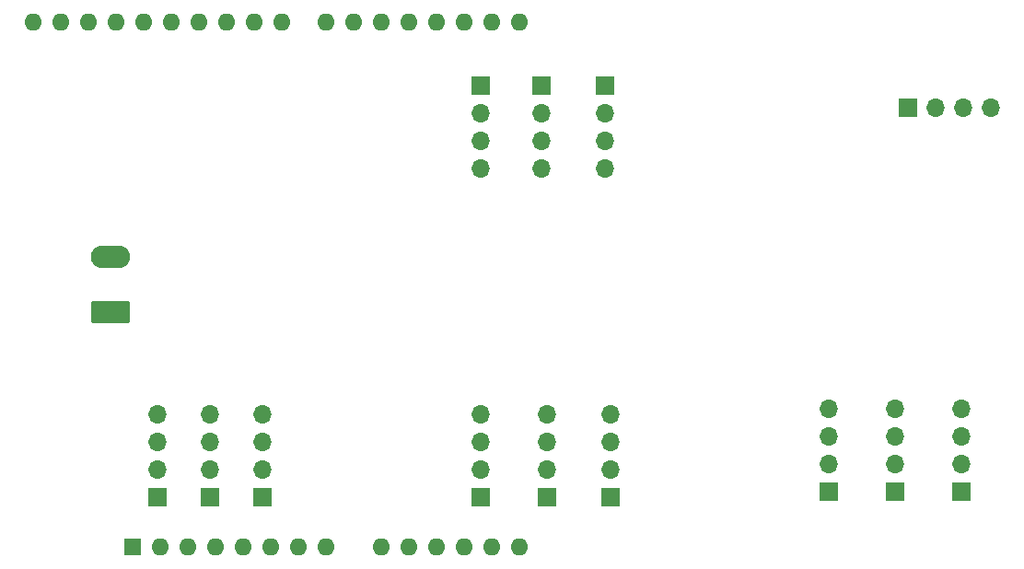
<source format=gbr>
%TF.GenerationSoftware,KiCad,Pcbnew,(6.0.7)*%
%TF.CreationDate,2023-03-18T11:43:07+08:00*%
%TF.ProjectId,LED driver,4c454420-6472-4697-9665-722e6b696361,rev?*%
%TF.SameCoordinates,Original*%
%TF.FileFunction,Soldermask,Bot*%
%TF.FilePolarity,Negative*%
%FSLAX46Y46*%
G04 Gerber Fmt 4.6, Leading zero omitted, Abs format (unit mm)*
G04 Created by KiCad (PCBNEW (6.0.7)) date 2023-03-18 11:43:07*
%MOMM*%
%LPD*%
G01*
G04 APERTURE LIST*
G04 Aperture macros list*
%AMRoundRect*
0 Rectangle with rounded corners*
0 $1 Rounding radius*
0 $2 $3 $4 $5 $6 $7 $8 $9 X,Y pos of 4 corners*
0 Add a 4 corners polygon primitive as box body*
4,1,4,$2,$3,$4,$5,$6,$7,$8,$9,$2,$3,0*
0 Add four circle primitives for the rounded corners*
1,1,$1+$1,$2,$3*
1,1,$1+$1,$4,$5*
1,1,$1+$1,$6,$7*
1,1,$1+$1,$8,$9*
0 Add four rect primitives between the rounded corners*
20,1,$1+$1,$2,$3,$4,$5,0*
20,1,$1+$1,$4,$5,$6,$7,0*
20,1,$1+$1,$6,$7,$8,$9,0*
20,1,$1+$1,$8,$9,$2,$3,0*%
G04 Aperture macros list end*
%ADD10RoundRect,0.249999X1.550001X-0.790001X1.550001X0.790001X-1.550001X0.790001X-1.550001X-0.790001X0*%
%ADD11O,3.600000X2.080000*%
%ADD12R,1.700000X1.700000*%
%ADD13O,1.700000X1.700000*%
%ADD14R,1.600000X1.600000*%
%ADD15O,1.600000X1.600000*%
G04 APERTURE END LIST*
D10*
%TO.C,J2*%
X102616000Y-100584000D03*
D11*
X102616000Y-95504000D03*
%TD*%
D12*
%TO.C,J5*%
X168656000Y-117094000D03*
D13*
X168656000Y-114554000D03*
X168656000Y-112014000D03*
X168656000Y-109474000D03*
%TD*%
D12*
%TO.C,J12*%
X106934000Y-117592000D03*
D13*
X106934000Y-115052000D03*
X106934000Y-112512000D03*
X106934000Y-109972000D03*
%TD*%
D12*
%TO.C,J8*%
X148082000Y-79756000D03*
D13*
X148082000Y-82296000D03*
X148082000Y-84836000D03*
X148082000Y-87376000D03*
%TD*%
D12*
%TO.C,J11*%
X136652000Y-117592000D03*
D13*
X136652000Y-115052000D03*
X136652000Y-112512000D03*
X136652000Y-109972000D03*
%TD*%
D12*
%TO.C,J6*%
X136652000Y-79756000D03*
D13*
X136652000Y-82296000D03*
X136652000Y-84836000D03*
X136652000Y-87376000D03*
%TD*%
D12*
%TO.C,J4*%
X180848000Y-117084000D03*
D13*
X180848000Y-114544000D03*
X180848000Y-112004000D03*
X180848000Y-109464000D03*
%TD*%
D12*
%TO.C,J9*%
X148590000Y-117612000D03*
D13*
X148590000Y-115072000D03*
X148590000Y-112532000D03*
X148590000Y-109992000D03*
%TD*%
D12*
%TO.C,J10*%
X142748000Y-117602000D03*
D13*
X142748000Y-115062000D03*
X142748000Y-112522000D03*
X142748000Y-109982000D03*
%TD*%
D12*
%TO.C,J14*%
X116586000Y-117592000D03*
D13*
X116586000Y-115052000D03*
X116586000Y-112512000D03*
X116586000Y-109972000D03*
%TD*%
D12*
%TO.C,J7*%
X142240000Y-79756000D03*
D13*
X142240000Y-82296000D03*
X142240000Y-84836000D03*
X142240000Y-87376000D03*
%TD*%
D12*
%TO.C,J13*%
X111760000Y-117592000D03*
D13*
X111760000Y-115052000D03*
X111760000Y-112512000D03*
X111760000Y-109972000D03*
%TD*%
D12*
%TO.C,J3*%
X174752000Y-117094000D03*
D13*
X174752000Y-114554000D03*
X174752000Y-112014000D03*
X174752000Y-109474000D03*
%TD*%
D12*
%TO.C,J1*%
X175905000Y-81845000D03*
D13*
X178445000Y-81845000D03*
X180985000Y-81845000D03*
X183525000Y-81845000D03*
%TD*%
D14*
%TO.C,A1*%
X104648000Y-122174000D03*
D15*
X107188000Y-122174000D03*
X109728000Y-122174000D03*
X112268000Y-122174000D03*
X114808000Y-122174000D03*
X117348000Y-122174000D03*
X119888000Y-122174000D03*
X122428000Y-122174000D03*
X127508000Y-122174000D03*
X130048000Y-122174000D03*
X132588000Y-122174000D03*
X135128000Y-122174000D03*
X137668000Y-122174000D03*
X140208000Y-122174000D03*
X140208000Y-73914000D03*
X137668000Y-73914000D03*
X135128000Y-73914000D03*
X132588000Y-73914000D03*
X130048000Y-73914000D03*
X127508000Y-73914000D03*
X124968000Y-73914000D03*
X122428000Y-73914000D03*
X118368000Y-73914000D03*
X115828000Y-73914000D03*
X113288000Y-73914000D03*
X110748000Y-73914000D03*
X108208000Y-73914000D03*
X105668000Y-73914000D03*
X103128000Y-73914000D03*
X100588000Y-73914000D03*
X98048000Y-73914000D03*
X95508000Y-73914000D03*
%TD*%
M02*

</source>
